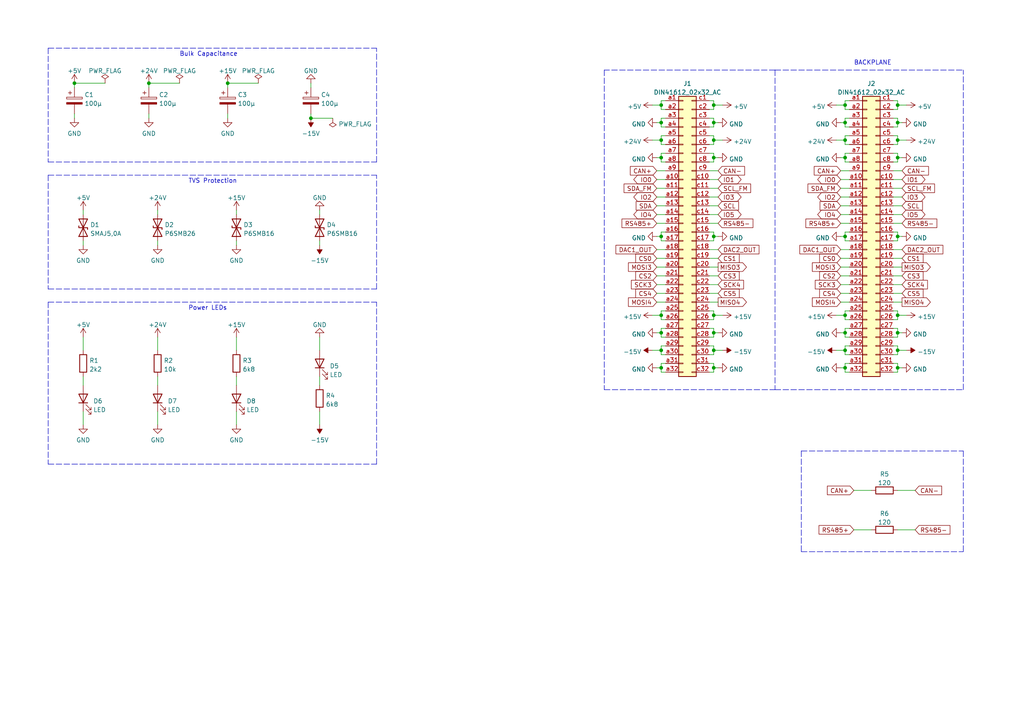
<source format=kicad_sch>
(kicad_sch (version 20211123) (generator eeschema)
  (paper "A4")
  (lib_symbols
    (symbol "Connector:DIN41612_02x32_AC" (pin_names (offset 1.016) hide)
      (property "Reference" "J" (at 1.27 40.64 0))
      (property "Value" "DIN41612_02x32_AC" (at 1.27 -43.18 0))
      (symbol "DIN41612_02x32_AC_1_1"
        (pin passive line (at -5.08 38.1 0) (length 3.81) (name "Pin_a1") (number "a1"))
        (pin passive line (at -5.08 15.24 0) (length 3.81) (name "Pin_a10") (number "a10"))
        (pin passive line (at -5.08 12.7 0) (length 3.81) (name "Pin_a11") (number "a11"))
        (pin passive line (at -5.08 10.16 0) (length 3.81) (name "Pin_a12") (number "a12"))
        (pin passive line (at -5.08 7.62 0) (length 3.81) (name "Pin_a13") (number "a13"))
        (pin passive line (at -5.08 5.08 0) (length 3.81) (name "Pin_a14") (number "a14"))
        (pin passive line (at -5.08 2.54 0) (length 3.81) (name "Pin_a15") (number "a15"))
        (pin passive line (at -5.08 0 0) (length 3.81) (name "Pin_a16") (number "a16"))
        (pin passive line (at -5.08 -2.54 0) (length 3.81) (name "Pin_a17") (number "a17"))
        (pin passive line (at -5.08 -5.08 0) (length 3.81) (name "Pin_a18") (number "a18"))
        (pin passive line (at -5.08 -7.62 0) (length 3.81) (name "Pin_a19") (number "a19"))
        (pin passive line (at -5.08 35.56 0) (length 3.81) (name "Pin_a2") (number "a2"))
        (pin passive line (at -5.08 -10.16 0) (length 3.81) (name "Pin_a20") (number "a20"))
        (pin passive line (at -5.08 -12.7 0) (length 3.81) (name "Pin_a21") (number "a21"))
        (pin passive line (at -5.08 -15.24 0) (length 3.81) (name "Pin_a22") (number "a22"))
        (pin passive line (at -5.08 -17.78 0) (length 3.81) (name "Pin_a23") (number "a23"))
        (pin passive line (at -5.08 -20.32 0) (length 3.81) (name "Pin_a24") (number "a24"))
        (pin passive line (at -5.08 -22.86 0) (length 3.81) (name "Pin_a25") (number "a25"))
        (pin passive line (at -5.08 -25.4 0) (length 3.81) (name "Pin_a26") (number "a26"))
        (pin passive line (at -5.08 -27.94 0) (length 3.81) (name "Pin_a27") (number "a27"))
        (pin passive line (at -5.08 -30.48 0) (length 3.81) (name "Pin_a28") (number "a28"))
        (pin passive line (at -5.08 -33.02 0) (length 3.81) (name "Pin_a29") (number "a29"))
        (pin passive line (at -5.08 33.02 0) (length 3.81) (name "Pin_a3") (number "a3"))
        (pin passive line (at -5.08 -35.56 0) (length 3.81) (name "Pin_a30") (number "a30"))
        (pin passive line (at -5.08 -38.1 0) (length 3.81) (name "Pin_a31") (number "a31"))
        (pin passive line (at -5.08 -40.64 0) (length 3.81) (name "Pin_a32") (number "a32"))
        (pin passive line (at -5.08 30.48 0) (length 3.81) (name "Pin_a4") (number "a4"))
        (pin passive line (at -5.08 27.94 0) (length 3.81) (name "Pin_a5") (number "a5"))
        (pin passive line (at -5.08 25.4 0) (length 3.81) (name "Pin_a6") (number "a6"))
        (pin passive line (at -5.08 22.86 0) (length 3.81) (name "Pin_a7") (number "a7"))
        (pin passive line (at -5.08 20.32 0) (length 3.81) (name "Pin_a8") (number "a8"))
        (pin passive line (at -5.08 17.78 0) (length 3.81) (name "Pin_a9") (number "a9"))
        (pin passive line (at 7.62 38.1 180) (length 3.81) (name "Pin_c1") (number "c1"))
        (pin passive line (at 7.62 15.24 180) (length 3.81) (name "Pin_c10") (number "c10"))
        (pin passive line (at 7.62 12.7 180) (length 3.81) (name "Pin_c11") (number "c11"))
        (pin passive line (at 7.62 10.16 180) (length 3.81) (name "Pin_c12") (number "c12"))
        (pin passive line (at 7.62 7.62 180) (length 3.81) (name "Pin_c13") (number "c13"))
        (pin passive line (at 7.62 5.08 180) (length 3.81) (name "Pin_c14") (number "c14"))
        (pin passive line (at 7.62 2.54 180) (length 3.81) (name "Pin_c15") (number "c15"))
        (pin passive line (at 7.62 0 180) (length 3.81) (name "Pin_c16") (number "c16"))
        (pin passive line (at 7.62 -2.54 180) (length 3.81) (name "Pin_c17") (number "c17"))
        (pin passive line (at 7.62 -5.08 180) (length 3.81) (name "Pin_c18") (number "c18"))
        (pin passive line (at 7.62 -7.62 180) (length 3.81) (name "Pin_c19") (number "c19"))
        (pin passive line (at 7.62 35.56 180) (length 3.81) (name "Pin_c2") (number "c2"))
        (pin passive line (at 7.62 -10.16 180) (length 3.81) (name "Pin_c20") (number "c20"))
        (pin passive line (at 7.62 -12.7 180) (length 3.81) (name "Pin_c21") (number "c21"))
        (pin passive line (at 7.62 -15.24 180) (length 3.81) (name "Pin_c22") (number "c22"))
        (pin passive line (at 7.62 -17.78 180) (length 3.81) (name "Pin_c23") (number "c23"))
        (pin passive line (at 7.62 -20.32 180) (length 3.81) (name "Pin_c24") (number "c24"))
        (pin passive line (at 7.62 -22.86 180) (length 3.81) (name "Pin_c25") (number "c25"))
        (pin passive line (at 7.62 -25.4 180) (length 3.81) (name "Pin_c26") (number "c26"))
        (pin passive line (at 7.62 -27.94 180) (length 3.81) (name "Pin_c27") (number "c27"))
        (pin passive line (at 7.62 -30.48 180) (length 3.81) (name "Pin_c28") (number "c28"))
        (pin passive line (at 7.62 -33.02 180) (length 3.81) (name "Pin_c29") (number "c29"))
        (pin passive line (at 7.62 33.02 180) (length 3.81) (name "Pin_c3") (number "c3"))
        (pin passive line (at 7.62 -35.56 180) (length 3.81) (name "Pin_c30") (number "c30"))
        (pin passive line (at 7.62 -38.1 180) (length 3.81) (name "Pin_c31") (number "c31"))
        (pin passive line (at 7.62 -40.64 180) (length 3.81) (name "Pin_c32") (number "c32"))
        (pin passive line (at 7.62 30.48 180) (length 3.81) (name "Pin_c4") (number "c4"))
        (pin passive line (at 7.62 27.94 180) (length 3.81) (name "Pin_c5") (number "c5"))
        (pin passive line (at 7.62 25.4 180) (length 3.81) (name "Pin_c6") (number "c6"))
        (pin passive line (at 7.62 22.86 180) (length 3.81) (name "Pin_c7") (number "c7"))
        (pin passive line (at 7.62 20.32 180) (length 3.81) (name "Pin_c8") (number "c8"))
        (pin passive line (at 7.62 17.78 180) (length 3.81) (name "Pin_c9") (number "c9"))
      )
    )
    (symbol "Device:C_Polarized" (pin_numbers hide) (pin_names (offset 0.254))
      (property "Reference" "C" (at 0.635 2.54 0))
      (property "Value" "C_Polarized" (at 0.635 -2.54 0))
      (symbol "C_Polarized_1_1"
        (pin passive line (at 0 3.81 270) (length 2.794) (name "~") (number "1"))
        (pin passive line (at 0 -3.81 90) (length 2.794) (name "~") (number "2"))
      )
    )
    (symbol "Device:D_TVS" (pin_numbers hide) (pin_names (offset 1.016) hide)
      (property "Reference" "D" (at 0 2.54 0))
      (property "Value" "D_TVS" (at 0 -2.54 0))
      (symbol "D_TVS_1_1"
        (pin passive line (at -3.81 0 0) (length 2.54) (name "A1") (number "1"))
        (pin passive line (at 3.81 0 180) (length 2.54) (name "A2") (number "2"))
      )
    )
    (symbol "Device:LED" (pin_numbers hide) (pin_names (offset 1.016) hide)
      (property "Reference" "D" (at 0 2.54 0))
      (property "Value" "LED" (at 0 -2.54 0))
      (symbol "LED_1_1"
        (pin passive line (at -3.81 0 0) (length 2.54) (name "K") (number "1"))
        (pin passive line (at 3.81 0 180) (length 2.54) (name "A") (number "2"))
      )
    )
    (symbol "Device:R" (pin_numbers hide) (pin_names (offset 0))
      (property "Reference" "R" (at 2.032 0 90))
      (property "Value" "R" (at 0 0 90))
      (symbol "R_1_1"
        (pin passive line (at 0 3.81 270) (length 1.27) (name "~") (number "1"))
        (pin passive line (at 0 -3.81 90) (length 1.27) (name "~") (number "2"))
      )
    )
    (symbol "power:+15V" (power) (pin_names (offset 0))
      (property "Value" "+15V" (at 0 3.556 0))
      (symbol "+15V_1_1"
        (pin power_in line (at 0 0 90) (length 0) hide (name "+15V") (number "1"))
      )
    )
    (symbol "power:+24V" (power) (pin_names (offset 0))
      (property "Value" "+24V" (at 0 3.556 0))
      (symbol "+24V_1_1"
        (pin power_in line (at 0 0 90) (length 0) hide (name "+24V") (number "1"))
      )
    )
    (symbol "power:+5V" (power) (pin_names (offset 0))
      (property "Value" "+5V" (at 0 3.556 0))
      (symbol "+5V_1_1"
        (pin power_in line (at 0 0 90) (length 0) hide (name "+5V") (number "1"))
      )
    )
    (symbol "power:-15V" (power) (pin_names (offset 0))
      (property "Value" "-15V" (at 0 3.81 0))
      (symbol "-15V_0_0"
        (pin power_in line (at 0 0 90) (length 0) hide (name "-15V") (number "1"))
      )
    )
    (symbol "power:GND" (power) (pin_names (offset 0))
      (property "Value" "GND" (at 0 -3.81 0))
      (symbol "GND_1_1"
        (pin power_in line (at 0 0 270) (length 0) hide (name "GND") (number "1"))
      )
    )
    (symbol "power:PWR_FLAG" (power) (pin_numbers hide) (pin_names (offset 0) hide)
      (property "Value" "PWR_FLAG" (at 0 3.81 0))
      (symbol "PWR_FLAG_0_0"
        (pin power_out line (at 0 0 90) (length 0) (name "pwr") (number "1"))
      )
    )
  )
  (junction (at 260.35 101.6))
  (junction (at 245.11 40.64))
  (junction (at 191.77 35.56))
  (junction (at 191.77 68.58))
  (junction (at 191.77 96.52))
  (junction (at 260.35 91.44))
  (junction (at 191.77 101.6))
  (junction (at 207.01 96.52))
  (junction (at 260.35 96.52))
  (junction (at 191.77 40.64))
  (junction (at 245.11 68.58))
  (junction (at 245.11 101.6))
  (junction (at 66.04 24.13))
  (junction (at 245.11 45.72))
  (junction (at 207.01 106.68))
  (junction (at 245.11 30.48))
  (junction (at 245.11 96.52))
  (junction (at 191.77 106.68))
  (junction (at 207.01 30.48))
  (junction (at 191.77 30.48))
  (junction (at 191.77 91.44))
  (junction (at 207.01 35.56))
  (junction (at 245.11 35.56))
  (junction (at 245.11 91.44))
  (junction (at 260.35 40.64))
  (junction (at 207.01 40.64))
  (junction (at 207.01 101.6))
  (junction (at 260.35 30.48))
  (junction (at 207.01 45.72))
  (junction (at 207.01 68.58))
  (junction (at 207.01 91.44))
  (junction (at 43.18 24.13))
  (junction (at 260.35 106.68))
  (junction (at 191.77 45.72))
  (junction (at 90.17 34.29))
  (junction (at 245.11 106.68))
  (junction (at 260.35 45.72))
  (junction (at 21.59 24.13))
  (junction (at 260.35 68.58))
  (junction (at 260.35 35.56))
  (wire (pts (xy 243.84 57.15) (xy 246.38 57.15)))
  (wire (pts (xy 191.77 41.91) (xy 193.04 41.91)))
  (wire (pts (xy 260.35 35.56) (xy 261.62 35.56)))
  (wire (pts (xy 207.01 30.48) (xy 207.01 29.21)))
  (wire (pts (xy 190.5 77.47) (xy 193.04 77.47)))
  (polyline (pts (xy 175.26 113.03) (xy 224.79 113.03)))
  (wire (pts (xy 260.35 40.64) (xy 262.89 40.64)))
  (wire (pts (xy 259.08 44.45) (xy 260.35 44.45)))
  (polyline (pts (xy 13.97 13.97) (xy 109.22 13.97)))
  (wire (pts (xy 207.01 95.25) (xy 207.01 96.52)))
  (wire (pts (xy 205.74 69.85) (xy 207.01 69.85)))
  (wire (pts (xy 243.84 77.47) (xy 246.38 77.47)))
  (wire (pts (xy 193.04 90.17) (xy 191.77 90.17)))
  (wire (pts (xy 243.84 68.58) (xy 245.11 68.58)))
  (wire (pts (xy 191.77 90.17) (xy 191.77 91.44)))
  (wire (pts (xy 205.74 95.25) (xy 207.01 95.25)))
  (wire (pts (xy 260.35 95.25) (xy 260.35 96.52)))
  (wire (pts (xy 191.77 31.75) (xy 193.04 31.75)))
  (wire (pts (xy 243.84 80.01) (xy 246.38 80.01)))
  (polyline (pts (xy 279.4 130.81) (xy 279.4 160.02)))
  (wire (pts (xy 243.84 64.77) (xy 246.38 64.77)))
  (wire (pts (xy 45.72 60.96) (xy 45.72 62.23)))
  (wire (pts (xy 245.11 68.58) (xy 245.11 67.31)))
  (wire (pts (xy 189.23 101.6) (xy 191.77 101.6)))
  (wire (pts (xy 260.35 105.41) (xy 260.35 106.68)))
  (wire (pts (xy 191.77 96.52) (xy 191.77 95.25)))
  (wire (pts (xy 205.74 105.41) (xy 207.01 105.41)))
  (wire (pts (xy 245.11 36.83) (xy 245.11 35.56)))
  (wire (pts (xy 207.01 68.58) (xy 208.28 68.58)))
  (wire (pts (xy 205.74 54.61) (xy 208.28 54.61)))
  (wire (pts (xy 43.18 24.13) (xy 43.18 25.4)))
  (wire (pts (xy 190.5 87.63) (xy 193.04 87.63)))
  (wire (pts (xy 92.71 109.22) (xy 92.71 111.76)))
  (wire (pts (xy 207.01 91.44) (xy 209.55 91.44)))
  (wire (pts (xy 207.01 45.72) (xy 208.28 45.72)))
  (polyline (pts (xy 13.97 50.8) (xy 109.22 50.8)))
  (wire (pts (xy 189.23 30.48) (xy 191.77 30.48)))
  (wire (pts (xy 205.74 90.17) (xy 207.01 90.17)))
  (wire (pts (xy 260.35 96.52) (xy 261.62 96.52)))
  (wire (pts (xy 193.04 39.37) (xy 191.77 39.37)))
  (wire (pts (xy 43.18 33.02) (xy 43.18 34.29)))
  (wire (pts (xy 24.13 109.22) (xy 24.13 111.76)))
  (wire (pts (xy 190.5 52.07) (xy 193.04 52.07)))
  (wire (pts (xy 245.11 106.68) (xy 245.11 105.41)))
  (wire (pts (xy 193.04 69.85) (xy 191.77 69.85)))
  (wire (pts (xy 68.58 109.22) (xy 68.58 111.76)))
  (wire (pts (xy 68.58 69.85) (xy 68.58 71.12)))
  (wire (pts (xy 191.77 97.79) (xy 191.77 96.52)))
  (polyline (pts (xy 224.79 20.32) (xy 175.26 20.32)))
  (wire (pts (xy 190.5 64.77) (xy 193.04 64.77)))
  (wire (pts (xy 259.08 39.37) (xy 260.35 39.37)))
  (wire (pts (xy 259.08 59.69) (xy 261.62 59.69)))
  (polyline (pts (xy 13.97 87.63) (xy 109.22 87.63)))
  (wire (pts (xy 207.01 44.45) (xy 207.01 45.72)))
  (wire (pts (xy 260.35 96.52) (xy 260.35 97.79)))
  (wire (pts (xy 260.35 68.58) (xy 260.35 67.31)))
  (wire (pts (xy 190.5 57.15) (xy 193.04 57.15)))
  (wire (pts (xy 246.38 29.21) (xy 245.11 29.21)))
  (wire (pts (xy 260.35 36.83) (xy 259.08 36.83)))
  (wire (pts (xy 24.13 119.38) (xy 24.13 123.19)))
  (wire (pts (xy 66.04 24.13) (xy 66.04 25.4)))
  (wire (pts (xy 207.01 35.56) (xy 207.01 36.83)))
  (wire (pts (xy 246.38 90.17) (xy 245.11 90.17)))
  (wire (pts (xy 207.01 34.29) (xy 207.01 35.56)))
  (wire (pts (xy 190.5 62.23) (xy 193.04 62.23)))
  (wire (pts (xy 259.08 41.91) (xy 260.35 41.91)))
  (wire (pts (xy 245.11 102.87) (xy 246.38 102.87)))
  (wire (pts (xy 259.08 69.85) (xy 260.35 69.85)))
  (wire (pts (xy 193.04 29.21) (xy 191.77 29.21)))
  (wire (pts (xy 243.84 59.69) (xy 246.38 59.69)))
  (wire (pts (xy 260.35 30.48) (xy 262.89 30.48)))
  (wire (pts (xy 207.01 67.31) (xy 205.74 67.31)))
  (wire (pts (xy 259.08 90.17) (xy 260.35 90.17)))
  (wire (pts (xy 245.11 95.25) (xy 246.38 95.25)))
  (wire (pts (xy 260.35 106.68) (xy 260.35 107.95)))
  (wire (pts (xy 191.77 105.41) (xy 193.04 105.41)))
  (polyline (pts (xy 232.41 160.02) (xy 279.4 160.02)))
  (wire (pts (xy 205.74 44.45) (xy 207.01 44.45)))
  (polyline (pts (xy 13.97 13.97) (xy 13.97 46.99)))
  (wire (pts (xy 92.71 119.38) (xy 92.71 123.19)))
  (wire (pts (xy 205.74 77.47) (xy 208.28 77.47)))
  (wire (pts (xy 259.08 82.55) (xy 261.62 82.55)))
  (wire (pts (xy 259.08 105.41) (xy 260.35 105.41)))
  (wire (pts (xy 207.01 91.44) (xy 207.01 92.71)))
  (wire (pts (xy 207.01 101.6) (xy 209.55 101.6)))
  (wire (pts (xy 245.11 40.64) (xy 245.11 41.91)))
  (polyline (pts (xy 13.97 50.8) (xy 13.97 83.82)))
  (wire (pts (xy 259.08 54.61) (xy 261.62 54.61)))
  (wire (pts (xy 243.84 96.52) (xy 245.11 96.52)))
  (wire (pts (xy 259.08 72.39) (xy 261.62 72.39)))
  (wire (pts (xy 191.77 34.29) (xy 193.04 34.29)))
  (wire (pts (xy 260.35 101.6) (xy 262.89 101.6)))
  (wire (pts (xy 205.74 57.15) (xy 208.28 57.15)))
  (wire (pts (xy 259.08 92.71) (xy 260.35 92.71)))
  (wire (pts (xy 205.74 72.39) (xy 208.28 72.39)))
  (wire (pts (xy 191.77 100.33) (xy 191.77 101.6)))
  (wire (pts (xy 205.74 49.53) (xy 208.28 49.53)))
  (wire (pts (xy 205.74 100.33) (xy 207.01 100.33)))
  (polyline (pts (xy 109.22 83.82) (xy 109.22 50.8)))
  (wire (pts (xy 191.77 107.95) (xy 191.77 106.68)))
  (wire (pts (xy 191.77 101.6) (xy 191.77 102.87)))
  (wire (pts (xy 21.59 24.13) (xy 30.48 24.13)))
  (wire (pts (xy 90.17 34.29) (xy 96.52 34.29)))
  (wire (pts (xy 191.77 35.56) (xy 191.77 34.29)))
  (wire (pts (xy 246.38 36.83) (xy 245.11 36.83)))
  (wire (pts (xy 259.08 77.47) (xy 261.62 77.47)))
  (wire (pts (xy 243.84 72.39) (xy 246.38 72.39)))
  (wire (pts (xy 245.11 29.21) (xy 245.11 30.48)))
  (wire (pts (xy 92.71 97.79) (xy 92.71 101.6)))
  (wire (pts (xy 259.08 102.87) (xy 260.35 102.87)))
  (polyline (pts (xy 13.97 134.62) (xy 109.22 134.62)))
  (wire (pts (xy 191.77 102.87) (xy 193.04 102.87)))
  (wire (pts (xy 243.84 49.53) (xy 246.38 49.53)))
  (wire (pts (xy 205.74 102.87) (xy 207.01 102.87)))
  (wire (pts (xy 191.77 69.85) (xy 191.77 68.58)))
  (wire (pts (xy 242.57 101.6) (xy 245.11 101.6)))
  (wire (pts (xy 207.01 106.68) (xy 208.28 106.68)))
  (wire (pts (xy 207.01 100.33) (xy 207.01 101.6)))
  (wire (pts (xy 259.08 31.75) (xy 260.35 31.75)))
  (polyline (pts (xy 13.97 87.63) (xy 13.97 134.62)))
  (wire (pts (xy 191.77 44.45) (xy 193.04 44.45)))
  (wire (pts (xy 205.74 52.07) (xy 208.28 52.07)))
  (wire (pts (xy 205.74 29.21) (xy 207.01 29.21)))
  (wire (pts (xy 193.04 46.99) (xy 191.77 46.99)))
  (wire (pts (xy 260.35 91.44) (xy 262.89 91.44)))
  (wire (pts (xy 193.04 100.33) (xy 191.77 100.33)))
  (wire (pts (xy 260.35 30.48) (xy 260.35 29.21)))
  (wire (pts (xy 191.77 45.72) (xy 191.77 44.45)))
  (wire (pts (xy 243.84 82.55) (xy 246.38 82.55)))
  (wire (pts (xy 259.08 100.33) (xy 260.35 100.33)))
  (wire (pts (xy 66.04 24.13) (xy 74.93 24.13)))
  (wire (pts (xy 21.59 24.13) (xy 21.59 25.4)))
  (wire (pts (xy 245.11 90.17) (xy 245.11 91.44)))
  (wire (pts (xy 245.11 45.72) (xy 245.11 44.45)))
  (wire (pts (xy 207.01 97.79) (xy 205.74 97.79)))
  (wire (pts (xy 68.58 119.38) (xy 68.58 123.19)))
  (wire (pts (xy 190.5 96.52) (xy 191.77 96.52)))
  (wire (pts (xy 207.01 30.48) (xy 209.55 30.48)))
  (wire (pts (xy 243.84 35.56) (xy 245.11 35.56)))
  (wire (pts (xy 190.5 80.01) (xy 193.04 80.01)))
  (wire (pts (xy 207.01 46.99) (xy 205.74 46.99)))
  (wire (pts (xy 207.01 35.56) (xy 208.28 35.56)))
  (wire (pts (xy 207.01 96.52) (xy 208.28 96.52)))
  (wire (pts (xy 190.5 49.53) (xy 193.04 49.53)))
  (wire (pts (xy 260.35 45.72) (xy 260.35 46.99)))
  (wire (pts (xy 43.18 24.13) (xy 52.07 24.13)))
  (wire (pts (xy 207.01 36.83) (xy 205.74 36.83)))
  (wire (pts (xy 260.35 97.79) (xy 259.08 97.79)))
  (wire (pts (xy 243.84 54.61) (xy 246.38 54.61)))
  (wire (pts (xy 242.57 91.44) (xy 245.11 91.44)))
  (wire (pts (xy 205.74 39.37) (xy 207.01 39.37)))
  (wire (pts (xy 205.74 34.29) (xy 207.01 34.29)))
  (wire (pts (xy 205.74 87.63) (xy 208.28 87.63)))
  (wire (pts (xy 247.65 153.67) (xy 252.73 153.67)))
  (wire (pts (xy 191.77 91.44) (xy 191.77 92.71)))
  (wire (pts (xy 207.01 90.17) (xy 207.01 91.44)))
  (wire (pts (xy 207.01 40.64) (xy 209.55 40.64)))
  (wire (pts (xy 260.35 91.44) (xy 260.35 92.71)))
  (wire (pts (xy 246.38 100.33) (xy 245.11 100.33)))
  (wire (pts (xy 245.11 39.37) (xy 245.11 40.64)))
  (wire (pts (xy 260.35 106.68) (xy 261.62 106.68)))
  (wire (pts (xy 190.5 35.56) (xy 191.77 35.56)))
  (wire (pts (xy 243.84 74.93) (xy 246.38 74.93)))
  (wire (pts (xy 193.04 92.71) (xy 191.77 92.71)))
  (wire (pts (xy 260.35 35.56) (xy 260.35 36.83)))
  (wire (pts (xy 260.35 31.75) (xy 260.35 30.48)))
  (wire (pts (xy 246.38 46.99) (xy 245.11 46.99)))
  (wire (pts (xy 260.35 107.95) (xy 259.08 107.95)))
  (wire (pts (xy 259.08 74.93) (xy 261.62 74.93)))
  (wire (pts (xy 190.5 54.61) (xy 193.04 54.61)))
  (wire (pts (xy 260.35 45.72) (xy 261.62 45.72)))
  (wire (pts (xy 45.72 119.38) (xy 45.72 123.19)))
  (wire (pts (xy 190.5 74.93) (xy 193.04 74.93)))
  (wire (pts (xy 45.72 69.85) (xy 45.72 71.12)))
  (wire (pts (xy 189.23 40.64) (xy 191.77 40.64)))
  (wire (pts (xy 207.01 101.6) (xy 207.01 102.87)))
  (wire (pts (xy 259.08 52.07) (xy 261.62 52.07)))
  (wire (pts (xy 246.38 69.85) (xy 245.11 69.85)))
  (wire (pts (xy 90.17 33.02) (xy 90.17 34.29)))
  (wire (pts (xy 260.35 69.85) (xy 260.35 68.58)))
  (wire (pts (xy 24.13 97.79) (xy 24.13 101.6)))
  (polyline (pts (xy 13.97 83.82) (xy 109.22 83.82)))
  (wire (pts (xy 207.01 45.72) (xy 207.01 46.99)))
  (wire (pts (xy 191.77 68.58) (xy 191.77 67.31)))
  (wire (pts (xy 243.84 85.09) (xy 246.38 85.09)))
  (wire (pts (xy 191.77 95.25) (xy 193.04 95.25)))
  (wire (pts (xy 207.01 105.41) (xy 207.01 106.68)))
  (wire (pts (xy 207.01 40.64) (xy 207.01 41.91)))
  (wire (pts (xy 246.38 92.71) (xy 245.11 92.71)))
  (wire (pts (xy 190.5 106.68) (xy 191.77 106.68)))
  (wire (pts (xy 246.38 39.37) (xy 245.11 39.37)))
  (wire (pts (xy 190.5 45.72) (xy 191.77 45.72)))
  (wire (pts (xy 207.01 96.52) (xy 207.01 97.79)))
  (wire (pts (xy 193.04 107.95) (xy 191.77 107.95)))
  (wire (pts (xy 245.11 105.41) (xy 246.38 105.41)))
  (wire (pts (xy 245.11 100.33) (xy 245.11 101.6)))
  (wire (pts (xy 92.71 69.85) (xy 92.71 71.12)))
  (wire (pts (xy 205.74 62.23) (xy 208.28 62.23)))
  (wire (pts (xy 259.08 64.77) (xy 261.62 64.77)))
  (wire (pts (xy 189.23 91.44) (xy 191.77 91.44)))
  (wire (pts (xy 259.08 80.01) (xy 261.62 80.01)))
  (polyline (pts (xy 224.79 113.03) (xy 279.4 113.03)))
  (wire (pts (xy 190.5 82.55) (xy 193.04 82.55)))
  (wire (pts (xy 259.08 49.53) (xy 261.62 49.53)))
  (wire (pts (xy 260.35 153.67) (xy 265.43 153.67)))
  (wire (pts (xy 205.74 31.75) (xy 207.01 31.75)))
  (polyline (pts (xy 224.79 20.32) (xy 224.79 113.03)))
  (wire (pts (xy 260.35 39.37) (xy 260.35 40.64)))
  (polyline (pts (xy 232.41 130.81) (xy 279.4 130.81)))
  (wire (pts (xy 260.35 34.29) (xy 260.35 35.56)))
  (wire (pts (xy 259.08 95.25) (xy 260.35 95.25)))
  (wire (pts (xy 245.11 34.29) (xy 246.38 34.29)))
  (wire (pts (xy 260.35 40.64) (xy 260.35 41.91)))
  (wire (pts (xy 191.77 39.37) (xy 191.77 40.64)))
  (wire (pts (xy 205.74 59.69) (xy 208.28 59.69)))
  (wire (pts (xy 242.57 40.64) (xy 245.11 40.64)))
  (wire (pts (xy 247.65 142.24) (xy 252.73 142.24)))
  (wire (pts (xy 24.13 69.85) (xy 24.13 71.12)))
  (wire (pts (xy 24.13 60.96) (xy 24.13 62.23)))
  (polyline (pts (xy 13.97 46.99) (xy 109.22 46.99)))
  (wire (pts (xy 259.08 34.29) (xy 260.35 34.29)))
  (wire (pts (xy 205.74 82.55) (xy 208.28 82.55)))
  (wire (pts (xy 259.08 29.21) (xy 260.35 29.21)))
  (wire (pts (xy 243.84 45.72) (xy 245.11 45.72)))
  (wire (pts (xy 260.35 101.6) (xy 260.35 102.87)))
  (wire (pts (xy 191.77 36.83) (xy 191.77 35.56)))
  (wire (pts (xy 207.01 69.85) (xy 207.01 68.58)))
  (wire (pts (xy 245.11 31.75) (xy 246.38 31.75)))
  (wire (pts (xy 207.01 68.58) (xy 207.01 67.31)))
  (wire (pts (xy 245.11 30.48) (xy 245.11 31.75)))
  (wire (pts (xy 245.11 91.44) (xy 245.11 92.71)))
  (wire (pts (xy 205.74 80.01) (xy 208.28 80.01)))
  (wire (pts (xy 245.11 97.79) (xy 245.11 96.52)))
  (polyline (pts (xy 224.79 20.32) (xy 279.4 20.32)))
  (wire (pts (xy 245.11 41.91) (xy 246.38 41.91)))
  (wire (pts (xy 190.5 59.69) (xy 193.04 59.69)))
  (wire (pts (xy 191.77 106.68) (xy 191.77 105.41)))
  (wire (pts (xy 245.11 107.95) (xy 245.11 106.68)))
  (wire (pts (xy 207.01 106.68) (xy 207.01 107.95)))
  (wire (pts (xy 259.08 57.15) (xy 261.62 57.15)))
  (wire (pts (xy 45.72 97.79) (xy 45.72 101.6)))
  (wire (pts (xy 66.04 33.02) (xy 66.04 34.29)))
  (polyline (pts (xy 232.41 130.81) (xy 232.41 160.02)))
  (wire (pts (xy 260.35 67.31) (xy 259.08 67.31)))
  (wire (pts (xy 191.77 67.31) (xy 193.04 67.31)))
  (wire (pts (xy 205.74 85.09) (xy 208.28 85.09)))
  (wire (pts (xy 245.11 35.56) (xy 245.11 34.29)))
  (wire (pts (xy 193.04 36.83) (xy 191.77 36.83)))
  (wire (pts (xy 191.77 40.64) (xy 191.77 41.91)))
  (wire (pts (xy 68.58 97.79) (xy 68.58 101.6)))
  (wire (pts (xy 243.84 52.07) (xy 246.38 52.07)))
  (wire (pts (xy 243.84 87.63) (xy 246.38 87.63)))
  (wire (pts (xy 260.35 44.45) (xy 260.35 45.72)))
  (wire (pts (xy 190.5 85.09) (xy 193.04 85.09)))
  (wire (pts (xy 191.77 29.21) (xy 191.77 30.48)))
  (wire (pts (xy 245.11 44.45) (xy 246.38 44.45)))
  (wire (pts (xy 207.01 107.95) (xy 205.74 107.95)))
  (wire (pts (xy 205.74 74.93) (xy 208.28 74.93)))
  (wire (pts (xy 260.35 90.17) (xy 260.35 91.44)))
  (wire (pts (xy 243.84 106.68) (xy 245.11 106.68)))
  (wire (pts (xy 205.74 64.77) (xy 208.28 64.77)))
  (wire (pts (xy 92.71 60.96) (xy 92.71 62.23)))
  (wire (pts (xy 260.35 100.33) (xy 260.35 101.6)))
  (wire (pts (xy 207.01 31.75) (xy 207.01 30.48)))
  (wire (pts (xy 245.11 69.85) (xy 245.11 68.58)))
  (wire (pts (xy 191.77 46.99) (xy 191.77 45.72)))
  (wire (pts (xy 245.11 46.99) (xy 245.11 45.72)))
  (wire (pts (xy 259.08 85.09) (xy 261.62 85.09)))
  (wire (pts (xy 90.17 24.13) (xy 90.17 25.4)))
  (polyline (pts (xy 175.26 20.32) (xy 175.26 113.03)))
  (wire (pts (xy 245.11 96.52) (xy 245.11 95.25)))
  (wire (pts (xy 260.35 68.58) (xy 261.62 68.58)))
  (wire (pts (xy 45.72 109.22) (xy 45.72 111.76)))
  (wire (pts (xy 205.74 92.71) (xy 207.01 92.71)))
  (wire (pts (xy 190.5 72.39) (xy 193.04 72.39)))
  (wire (pts (xy 190.5 68.58) (xy 191.77 68.58)))
  (polyline (pts (xy 109.22 46.99) (xy 109.22 13.97)))
  (wire (pts (xy 68.58 60.96) (xy 68.58 62.23)))
  (wire (pts (xy 245.11 101.6) (xy 245.11 102.87)))
  (wire (pts (xy 246.38 107.95) (xy 245.11 107.95)))
  (wire (pts (xy 205.74 41.91) (xy 207.01 41.91)))
  (wire (pts (xy 259.08 62.23) (xy 261.62 62.23)))
  (wire (pts (xy 193.04 97.79) (xy 191.77 97.79)))
  (wire (pts (xy 242.57 30.48) (xy 245.11 30.48)))
  (wire (pts (xy 260.35 142.24) (xy 265.43 142.24)))
  (wire (pts (xy 260.35 46.99) (xy 259.08 46.99)))
  (wire (pts (xy 21.59 33.02) (xy 21.59 34.29)))
  (wire (pts (xy 259.08 87.63) (xy 261.62 87.63)))
  (wire (pts (xy 207.01 39.37) (xy 207.01 40.64)))
  (wire (pts (xy 246.38 97.79) (xy 245.11 97.79)))
  (wire (pts (xy 245.11 67.31) (xy 246.38 67.31)))
  (polyline (pts (xy 279.4 113.03) (xy 279.4 20.32)))
  (polyline (pts (xy 109.22 134.62) (xy 109.22 87.63)))
  (wire (pts (xy 191.77 30.48) (xy 191.77 31.75)))
  (wire (pts (xy 243.84 62.23) (xy 246.38 62.23)))
  (text "TVS Protection\n" (at 54.61 53.34 0) (effects (font (size 1.27 1.27)) (justify left bottom)))
  (text "Power LEDs" (at 54.61 90.17 0) (effects (font (size 1.27 1.27)) (justify left bottom)))
  (text "BACKPLANE" (at 247.65 19.05 0) (effects (font (size 1.27 1.27)) (justify left bottom)))
  (text "Bulk Capacitance" (at 52.07 16.51 0) (effects (font (size 1.27 1.27)) (justify left bottom)))
  (global_label "MOSI3" (shape input) (at 243.84 77.47 180) (property "Intersheet References" "${INTERSHEET_REFS}" (effects hide)))
  (global_label "CAN-" (shape input) (at 208.28 49.53 0) (property "Intersheet References" "${INTERSHEET_REFS}" (effects hide)))
  (global_label "CS1" (shape input) (at 261.62 74.93 0) (property "Intersheet References" "${INTERSHEET_REFS}" (effects hide)))
  (global_label "MOSI4" (shape input) (at 190.5 87.63 180) (property "Intersheet References" "${INTERSHEET_REFS}" (effects hide)))
  (global_label "SCK3" (shape input) (at 243.84 82.55 180) (property "Intersheet References" "${INTERSHEET_REFS}" (effects hide)))
  (global_label "IO4" (shape bidirectional) (at 190.5 62.23 180) (property "Intersheet References" "${INTERSHEET_REFS}" (effects hide)))
  (global_label "MISO4" (shape output) (at 261.62 87.63 0) (property "Intersheet References" "${INTERSHEET_REFS}" (effects hide)))
  (global_label "RS485-" (shape input) (at 265.43 153.67 0) (property "Intersheet References" "${INTERSHEET_REFS}" (effects hide)))
  (global_label "CAN-" (shape input) (at 261.62 49.53 0) (property "Intersheet References" "${INTERSHEET_REFS}" (effects hide)))
  (global_label "IO2" (shape bidirectional) (at 190.5 57.15 180) (property "Intersheet References" "${INTERSHEET_REFS}" (effects hide)))
  (global_label "MISO4" (shape output) (at 208.28 87.63 0) (property "Intersheet References" "${INTERSHEET_REFS}" (effects hide)))
  (global_label "SCL_FM" (shape input) (at 208.28 54.61 0) (property "Intersheet References" "${INTERSHEET_REFS}" (effects hide)))
  (global_label "RS485-" (shape input) (at 208.28 64.77 0) (property "Intersheet References" "${INTERSHEET_REFS}" (effects hide)))
  (global_label "CS2" (shape input) (at 190.5 80.01 180) (property "Intersheet References" "${INTERSHEET_REFS}" (effects hide)))
  (global_label "IO5" (shape bidirectional) (at 261.62 62.23 0) (property "Intersheet References" "${INTERSHEET_REFS}" (effects hide)))
  (global_label "SCK4" (shape input) (at 261.62 82.55 0) (property "Intersheet References" "${INTERSHEET_REFS}" (effects hide)))
  (global_label "SCL_FM" (shape input) (at 261.62 54.61 0) (property "Intersheet References" "${INTERSHEET_REFS}" (effects hide)))
  (global_label "IO0" (shape bidirectional) (at 190.5 52.07 180) (property "Intersheet References" "${INTERSHEET_REFS}" (effects hide)))
  (global_label "SCK4" (shape input) (at 208.28 82.55 0) (property "Intersheet References" "${INTERSHEET_REFS}" (effects hide)))
  (global_label "CS3" (shape input) (at 261.62 80.01 0) (property "Intersheet References" "${INTERSHEET_REFS}" (effects hide)))
  (global_label "CAN-" (shape input) (at 265.43 142.24 0) (property "Intersheet References" "${INTERSHEET_REFS}" (effects hide)))
  (global_label "CS3" (shape input) (at 208.28 80.01 0) (property "Intersheet References" "${INTERSHEET_REFS}" (effects hide)))
  (global_label "CS2" (shape input) (at 243.84 80.01 180) (property "Intersheet References" "${INTERSHEET_REFS}" (effects hide)))
  (global_label "CS5" (shape input) (at 208.28 85.09 0) (property "Intersheet References" "${INTERSHEET_REFS}" (effects hide)))
  (global_label "DAC1_OUT" (shape input) (at 243.84 72.39 180) (property "Intersheet References" "${INTERSHEET_REFS}" (effects hide)))
  (global_label "IO4" (shape bidirectional) (at 243.84 62.23 180) (property "Intersheet References" "${INTERSHEET_REFS}" (effects hide)))
  (global_label "IO2" (shape bidirectional) (at 243.84 57.15 180) (property "Intersheet References" "${INTERSHEET_REFS}" (effects hide)))
  (global_label "DAC2_OUT" (shape input) (at 208.28 72.39 0) (property "Intersheet References" "${INTERSHEET_REFS}" (effects hide)))
  (global_label "IO0" (shape bidirectional) (at 243.84 52.07 180) (property "Intersheet References" "${INTERSHEET_REFS}" (effects hide)))
  (global_label "IO1" (shape bidirectional) (at 208.28 52.07 0) (property "Intersheet References" "${INTERSHEET_REFS}" (effects hide)))
  (global_label "SDA" (shape input) (at 190.5 59.69 180) (property "Intersheet References" "${INTERSHEET_REFS}" (effects hide)))
  (global_label "SCL" (shape input) (at 208.28 59.69 0) (property "Intersheet References" "${INTERSHEET_REFS}" (effects hide)))
  (global_label "MOSI4" (shape input) (at 243.84 87.63 180) (property "Intersheet References" "${INTERSHEET_REFS}" (effects hide)))
  (global_label "CS4" (shape input) (at 243.84 85.09 180) (property "Intersheet References" "${INTERSHEET_REFS}" (effects hide)))
  (global_label "MISO3" (shape output) (at 208.28 77.47 0) (property "Intersheet References" "${INTERSHEET_REFS}" (effects hide)))
  (global_label "RS485+" (shape input) (at 190.5 64.77 180) (property "Intersheet References" "${INTERSHEET_REFS}" (effects hide)))
  (global_label "IO3" (shape bidirectional) (at 208.28 57.15 0) (property "Intersheet References" "${INTERSHEET_REFS}" (effects hide)))
  (global_label "MOSI3" (shape input) (at 190.5 77.47 180) (property "Intersheet References" "${INTERSHEET_REFS}" (effects hide)))
  (global_label "DAC2_OUT" (shape input) (at 261.62 72.39 0) (property "Intersheet References" "${INTERSHEET_REFS}" (effects hide)))
  (global_label "SCL" (shape input) (at 261.62 59.69 0) (property "Intersheet References" "${INTERSHEET_REFS}" (effects hide)))
  (global_label "SCK3" (shape input) (at 190.5 82.55 180) (property "Intersheet References" "${INTERSHEET_REFS}" (effects hide)))
  (global_label "RS485+" (shape input) (at 247.65 153.67 180) (property "Intersheet References" "${INTERSHEET_REFS}" (effects hide)))
  (global_label "RS485-" (shape input) (at 261.62 64.77 0) (property "Intersheet References" "${INTERSHEET_REFS}" (effects hide)))
  (global_label "RS485+" (shape input) (at 243.84 64.77 180) (property "Intersheet References" "${INTERSHEET_REFS}" (effects hide)))
  (global_label "SDA" (shape input) (at 243.84 59.69 180) (property "Intersheet References" "${INTERSHEET_REFS}" (effects hide)))
  (global_label "CS0" (shape input) (at 190.5 74.93 180) (property "Intersheet References" "${INTERSHEET_REFS}" (effects hide)))
  (global_label "CAN+" (shape input) (at 243.84 49.53 180) (property "Intersheet References" "${INTERSHEET_REFS}" (effects hide)))
  (global_label "CS1" (shape input) (at 208.28 74.93 0) (property "Intersheet References" "${INTERSHEET_REFS}" (effects hide)))
  (global_label "SDA_FM" (shape input) (at 190.5 54.61 180) (property "Intersheet References" "${INTERSHEET_REFS}" (effects hide)))
  (global_label "CAN+" (shape input) (at 247.65 142.24 180) (property "Intersheet References" "${INTERSHEET_REFS}" (effects hide)))
  (global_label "CS0" (shape input) (at 243.84 74.93 180) (property "Intersheet References" "${INTERSHEET_REFS}" (effects hide)))
  (global_label "IO1" (shape bidirectional) (at 261.62 52.07 0) (property "Intersheet References" "${INTERSHEET_REFS}" (effects hide)))
  (global_label "MISO3" (shape output) (at 261.62 77.47 0) (property "Intersheet References" "${INTERSHEET_REFS}" (effects hide)))
  (global_label "CAN+" (shape input) (at 190.5 49.53 180) (property "Intersheet References" "${INTERSHEET_REFS}" (effects hide)))
  (global_label "CS5" (shape input) (at 261.62 85.09 0) (property "Intersheet References" "${INTERSHEET_REFS}" (effects hide)))
  (global_label "IO3" (shape bidirectional) (at 261.62 57.15 0) (property "Intersheet References" "${INTERSHEET_REFS}" (effects hide)))
  (global_label "SDA_FM" (shape input) (at 243.84 54.61 180) (property "Intersheet References" "${INTERSHEET_REFS}" (effects hide)))
  (global_label "CS4" (shape input) (at 190.5 85.09 180) (property "Intersheet References" "${INTERSHEET_REFS}" (effects hide)))
  (global_label "IO5" (shape bidirectional) (at 208.28 62.23 0) (property "Intersheet References" "${INTERSHEET_REFS}" (effects hide)))
  (global_label "DAC1_OUT" (shape input) (at 190.5 72.39 180) (property "Intersheet References" "${INTERSHEET_REFS}" (effects hide)))
  (symbol (lib_id "power:-15V") (at 262.89 101.6 270) (unit 1)
    (property "Reference" "#PWR056" (effects hide))
    (property "Value" "-15V" (at 266.065 102.0338 90) (effects (justify left)))
  )
  (symbol (lib_id "power:+5V") (at 242.57 30.48 90) (unit 1)
    (property "Reference" "#PWR015" (effects hide))
    (property "Value" "+5V" (at 239.3951 30.9138 90) (effects (justify left)))
  )
  (symbol (lib_id "power:GND") (at 24.13 123.19 0) (unit 1)
    (property "Reference" "#PWR045" (effects hide))
    (property "Value" "GND" (at 24.13 127.6334 0))
  )
  (symbol (lib_id "power:GND") (at 243.84 45.72 270) (unit 1)
    (property "Reference" "#PWR031" (effects hide))
    (property "Value" "GND" (at 240.6651 46.1538 90) (effects (justify right)))
  )
  (symbol (lib_id "power:GND") (at 261.62 45.72 90) (unit 1)
    (property "Reference" "#PWR032" (effects hide))
    (property "Value" "GND" (at 264.795 46.1538 90) (effects (justify right)))
  )
  (symbol (lib_id "power:+15V") (at 189.23 91.44 90) (unit 1)
    (property "Reference" "#PWR041" (effects hide))
    (property "Value" "+15V" (at 186.055 91.8738 90) (effects (justify left)))
  )
  (symbol (lib_id "power:GND") (at 261.62 35.56 90) (unit 1)
    (property "Reference" "#PWR020" (effects hide))
    (property "Value" "GND" (at 264.795 35.9938 90) (effects (justify right)))
  )
  (symbol (lib_id "Device:LED") (at 68.58 115.57 90) (unit 1)
    (property "Reference" "D8" (at 71.501 116.3228 90) (effects (justify right)))
    (property "Value" "LED" (at 71.501 118.8597 90) (effects (justify right)))
    (property "Footprint" "LED_THT:LED_D3.0mm" (effects hide))
  )
  (symbol (lib_id "power:-15V") (at 90.17 34.29 180) (unit 1)
    (property "Reference" "#PWR08" (effects hide))
    (property "Value" "-15V" (at 90.17 38.7334 0))
  )
  (symbol (lib_id "power:+24V") (at 43.18 24.13 0) (unit 1)
    (property "Reference" "#PWR02" (effects hide))
    (property "Value" "+24V" (at 43.18 20.5542 0))
  )
  (symbol (lib_id "power:GND") (at 92.71 97.79 180) (unit 1)
    (property "Reference" "#PWR038" (effects hide))
    (property "Value" "GND" (at 92.71 94.2142 0))
  )
  (symbol (lib_id "Device:LED") (at 92.71 105.41 90) (unit 1)
    (property "Reference" "D5" (at 95.631 106.1628 90) (effects (justify right)))
    (property "Value" "LED" (at 95.631 108.6997 90) (effects (justify right)))
    (property "Footprint" "LED_THT:LED_D3.0mm" (effects hide))
  )
  (symbol (lib_id "power:GND") (at 208.28 106.68 90) (unit 1)
    (property "Reference" "#PWR058" (effects hide))
    (property "Value" "GND" (at 211.455 107.1138 90) (effects (justify right)))
  )
  (symbol (lib_id "Device:C_Polarized") (at 90.17 29.21 0) (unit 1)
    (property "Reference" "C4" (at 93.091 27.4863 0) (effects (justify left)))
    (property "Value" "100µ" (at 93.091 30.0232 0) (effects (justify left)))
    (property "Footprint" "Capacitor_THT:CP_Radial_D8.0mm_P5.00mm" (effects hide))
  )
  (symbol (lib_id "power:+24V") (at 45.72 60.96 0) (unit 1)
    (property "Reference" "#PWR012" (effects hide))
    (property "Value" "+24V" (at 45.72 57.3842 0))
  )
  (symbol (lib_id "power:GND") (at 261.62 106.68 90) (unit 1)
    (property "Reference" "#PWR060" (effects hide))
    (property "Value" "GND" (at 264.795 107.1138 90) (effects (justify right)))
  )
  (symbol (lib_id "power:GND") (at 261.62 96.52 90) (unit 1)
    (property "Reference" "#PWR052" (effects hide))
    (property "Value" "GND" (at 264.795 96.9538 90) (effects (justify right)))
  )
  (symbol (lib_id "Connector:DIN41612_02x32_AC") (at 198.12 67.31 0) (unit 1)
    (property "Reference" "J1" (at 199.39 24.2402 0))
    (property "Value" "DIN41612_02x32_AC" (at 199.39 26.7771 0))
    (property "Footprint" "Connector_DIN:DIN41612_C_2x32_Female_Vertical_THT" (effects hide))
  )
  (symbol (lib_id "Device:D_TVS") (at 45.72 66.04 90) (unit 1)
    (property "Reference" "D2" (at 47.752 65.2053 90) (effects (justify right)))
    (property "Value" "P6SMB26" (at 47.752 67.7422 90) (effects (justify right)))
    (property "Footprint" "Diode_SMD:D_SMA" (effects hide))
  )
  (symbol (lib_id "power:GND") (at 90.17 24.13 180) (unit 1)
    (property "Reference" "#PWR04" (effects hide))
    (property "Value" "GND" (at 90.17 20.5542 0))
  )
  (symbol (lib_id "power:GND") (at 208.28 96.52 90) (unit 1)
    (property "Reference" "#PWR050" (effects hide))
    (property "Value" "GND" (at 211.455 96.9538 90) (effects (justify right)))
  )
  (symbol (lib_id "Device:C_Polarized") (at 66.04 29.21 0) (unit 1)
    (property "Reference" "C3" (at 68.961 27.4863 0) (effects (justify left)))
    (property "Value" "100µ" (at 68.961 30.0232 0) (effects (justify left)))
    (property "Footprint" "Capacitor_THT:CP_Radial_D8.0mm_P5.00mm" (effects hide))
  )
  (symbol (lib_id "power:GND") (at 190.5 45.72 270) (unit 1)
    (property "Reference" "#PWR029" (effects hide))
    (property "Value" "GND" (at 187.3251 46.1538 90) (effects (justify right)))
  )
  (symbol (lib_id "power:+15V") (at 68.58 60.96 0) (unit 1)
    (property "Reference" "#PWR013" (effects hide))
    (property "Value" "+15V" (at 68.58 57.3842 0))
  )
  (symbol (lib_id "power:+24V") (at 189.23 40.64 90) (unit 1)
    (property "Reference" "#PWR021" (effects hide))
    (property "Value" "+24V" (at 186.055 41.0738 90) (effects (justify left)))
  )
  (symbol (lib_id "Device:R") (at 256.54 153.67 90) (unit 1)
    (property "Reference" "R6" (at 256.54 148.9542 90))
    (property "Value" "120" (at 256.54 151.4911 90))
    (property "Footprint" "Resistor_THT:R_Axial_DIN0204_L3.6mm_D1.6mm_P7.62mm_Horizontal" (effects hide))
  )
  (symbol (lib_id "power:GND") (at 43.18 34.29 0) (unit 1)
    (property "Reference" "#PWR06" (effects hide))
    (property "Value" "GND" (at 43.18 38.7334 0))
  )
  (symbol (lib_id "power:GND") (at 190.5 96.52 270) (unit 1)
    (property "Reference" "#PWR049" (effects hide))
    (property "Value" "GND" (at 187.3251 96.9538 90) (effects (justify right)))
  )
  (symbol (lib_id "power:+15V") (at 66.04 24.13 0) (unit 1)
    (property "Reference" "#PWR03" (effects hide))
    (property "Value" "+15V" (at 66.04 20.5542 0))
  )
  (symbol (lib_id "Device:R") (at 45.72 105.41 0) (unit 1)
    (property "Reference" "R2" (at 47.498 104.5753 0) (effects (justify left)))
    (property "Value" "10k" (at 47.498 107.1122 0) (effects (justify left)))
    (property "Footprint" "Resistor_THT:R_Axial_DIN0204_L3.6mm_D1.6mm_P7.62mm_Horizontal" (effects hide))
  )
  (symbol (lib_id "power:+15V") (at 68.58 97.79 0) (unit 1)
    (property "Reference" "#PWR037" (effects hide))
    (property "Value" "+15V" (at 68.58 94.2142 0))
  )
  (symbol (lib_id "power:GND") (at 208.28 68.58 90) (unit 1)
    (property "Reference" "#PWR034" (effects hide))
    (property "Value" "GND" (at 211.455 69.0138 90) (effects (justify right)))
  )
  (symbol (lib_id "power:-15V") (at 92.71 123.19 180) (unit 1)
    (property "Reference" "#PWR048" (effects hide))
    (property "Value" "-15V" (at 92.71 127.6334 0))
  )
  (symbol (lib_id "power:GND") (at 68.58 123.19 0) (unit 1)
    (property "Reference" "#PWR047" (effects hide))
    (property "Value" "GND" (at 68.58 127.6334 0))
  )
  (symbol (lib_id "Device:LED") (at 24.13 115.57 90) (unit 1)
    (property "Reference" "D6" (at 27.051 116.3228 90) (effects (justify right)))
    (property "Value" "LED" (at 27.051 118.8597 90) (effects (justify right)))
    (property "Footprint" "LED_THT:LED_D3.0mm" (effects hide))
  )
  (symbol (lib_id "Device:D_TVS") (at 92.71 66.04 90) (unit 1)
    (property "Reference" "D4" (at 94.742 65.2053 90) (effects (justify right)))
    (property "Value" "P6SMB16" (at 94.742 67.7422 90) (effects (justify right)))
    (property "Footprint" "Diode_SMD:D_SMA" (effects hide))
  )
  (symbol (lib_id "power:PWR_FLAG") (at 30.48 24.13 0) (unit 1)
    (property "Reference" "#FLG01" (effects hide))
    (property "Value" "PWR_FLAG" (at 30.48 20.5542 0))
  )
  (symbol (lib_id "power:+24V") (at 45.72 97.79 0) (unit 1)
    (property "Reference" "#PWR036" (effects hide))
    (property "Value" "+24V" (at 45.72 94.2142 0))
  )
  (symbol (lib_id "power:+5V") (at 24.13 60.96 0) (unit 1)
    (property "Reference" "#PWR011" (effects hide))
    (property "Value" "+5V" (at 24.13 57.3842 0))
  )
  (symbol (lib_id "power:GND") (at 208.28 35.56 90) (unit 1)
    (property "Reference" "#PWR018" (effects hide))
    (property "Value" "GND" (at 211.455 35.9938 90) (effects (justify right)))
  )
  (symbol (lib_id "Device:D_TVS") (at 24.13 66.04 90) (unit 1)
    (property "Reference" "D1" (at 26.162 65.2053 90) (effects (justify right)))
    (property "Value" "SMAJ5,0A" (at 26.162 67.7422 90) (effects (justify right)))
    (property "Footprint" "Diode_SMD:D_SMA" (effects hide))
  )
  (symbol (lib_id "power:-15V") (at 242.57 101.6 90) (unit 1)
    (property "Reference" "#PWR055" (effects hide))
    (property "Value" "-15V" (at 239.395 102.0338 90) (effects (justify left)))
  )
  (symbol (lib_id "power:GND") (at 66.04 34.29 0) (unit 1)
    (property "Reference" "#PWR07" (effects hide))
    (property "Value" "GND" (at 66.04 38.7334 0))
  )
  (symbol (lib_id "power:GND") (at 243.84 68.58 270) (unit 1)
    (property "Reference" "#PWR039" (effects hide))
    (property "Value" "GND" (at 240.6651 69.0138 90) (effects (justify right)))
  )
  (symbol (lib_id "power:GND") (at 190.5 35.56 270) (unit 1)
    (property "Reference" "#PWR017" (effects hide))
    (property "Value" "GND" (at 187.3251 35.9938 90) (effects (justify right)))
  )
  (symbol (lib_id "power:GND") (at 68.58 71.12 0) (unit 1)
    (property "Reference" "#PWR025" (effects hide))
    (property "Value" "GND" (at 68.58 75.5634 0))
  )
  (symbol (lib_id "power:+5V") (at 209.55 30.48 270) (unit 1)
    (property "Reference" "#PWR010" (effects hide))
    (property "Value" "+5V" (at 212.725 30.9138 90) (effects (justify left)))
  )
  (symbol (lib_id "power:GND") (at 243.84 96.52 270) (unit 1)
    (property "Reference" "#PWR051" (effects hide))
    (property "Value" "GND" (at 240.6651 96.9538 90) (effects (justify right)))
  )
  (symbol (lib_id "Device:R") (at 24.13 105.41 0) (unit 1)
    (property "Reference" "R1" (at 25.908 104.5753 0) (effects (justify left)))
    (property "Value" "2k2" (at 25.908 107.1122 0) (effects (justify left)))
    (property "Footprint" "Resistor_THT:R_Axial_DIN0204_L3.6mm_D1.6mm_P7.62mm_Horizontal" (effects hide))
  )
  (symbol (lib_id "power:-15V") (at 209.55 101.6 270) (unit 1)
    (property "Reference" "#PWR054" (effects hide))
    (property "Value" "-15V" (at 212.725 102.0338 90) (effects (justify left)))
  )
  (symbol (lib_id "power:GND") (at 243.84 35.56 270) (unit 1)
    (property "Reference" "#PWR019" (effects hide))
    (property "Value" "GND" (at 240.6651 35.9938 90) (effects (justify right)))
  )
  (symbol (lib_id "power:+24V") (at 242.57 40.64 90) (unit 1)
    (property "Reference" "#PWR027" (effects hide))
    (property "Value" "+24V" (at 239.395 41.0738 90) (effects (justify left)))
  )
  (symbol (lib_id "power:GND") (at 45.72 71.12 0) (unit 1)
    (property "Reference" "#PWR024" (effects hide))
    (property "Value" "GND" (at 45.72 75.5634 0))
  )
  (symbol (lib_id "power:GND") (at 45.72 123.19 0) (unit 1)
    (property "Reference" "#PWR046" (effects hide))
    (property "Value" "GND" (at 45.72 127.6334 0))
  )
  (symbol (lib_id "power:+5V") (at 21.59 24.13 0) (unit 1)
    (property "Reference" "#PWR01" (effects hide))
    (property "Value" "+5V" (at 21.59 20.5542 0))
  )
  (symbol (lib_id "power:GND") (at 243.84 106.68 270) (unit 1)
    (property "Reference" "#PWR059" (effects hide))
    (property "Value" "GND" (at 240.6651 107.1138 90) (effects (justify right)))
  )
  (symbol (lib_id "power:GND") (at 92.71 60.96 180) (unit 1)
    (property "Reference" "#PWR014" (effects hide))
    (property "Value" "GND" (at 92.71 57.3842 0))
  )
  (symbol (lib_id "Device:C_Polarized") (at 21.59 29.21 0) (unit 1)
    (property "Reference" "C1" (at 24.511 27.4863 0) (effects (justify left)))
    (property "Value" "100µ" (at 24.511 30.0232 0) (effects (justify left)))
    (property "Footprint" "Capacitor_THT:CP_Radial_D8.0mm_P5.00mm" (effects hide))
  )
  (symbol (lib_id "power:+24V") (at 209.55 40.64 270) (unit 1)
    (property "Reference" "#PWR022" (effects hide))
    (property "Value" "+24V" (at 212.725 41.0738 90) (effects (justify left)))
  )
  (symbol (lib_id "power:PWR_FLAG") (at 96.52 34.29 180) (unit 1)
    (property "Reference" "#FLG04" (effects hide))
    (property "Value" "PWR_FLAG" (at 98.171 35.9938 0) (effects (justify right)))
  )
  (symbol (lib_id "power:GND") (at 190.5 106.68 270) (unit 1)
    (property "Reference" "#PWR057" (effects hide))
    (property "Value" "GND" (at 187.3251 107.1138 90) (effects (justify right)))
  )
  (symbol (lib_id "power:+15V") (at 262.89 91.44 270) (unit 1)
    (property "Reference" "#PWR044" (effects hide))
    (property "Value" "+15V" (at 266.065 91.8738 90) (effects (justify left)))
  )
  (symbol (lib_id "power:+24V") (at 262.89 40.64 270) (unit 1)
    (property "Reference" "#PWR028" (effects hide))
    (property "Value" "+24V" (at 266.065 41.0738 90) (effects (justify left)))
  )
  (symbol (lib_id "power:+5V") (at 24.13 97.79 0) (unit 1)
    (property "Reference" "#PWR035" (effects hide))
    (property "Value" "+5V" (at 24.13 94.2142 0))
  )
  (symbol (lib_id "power:GND") (at 208.28 45.72 90) (unit 1)
    (property "Reference" "#PWR030" (effects hide))
    (property "Value" "GND" (at 211.455 46.1538 90) (effects (justify right)))
  )
  (symbol (lib_id "Connector:DIN41612_02x32_AC") (at 251.46 67.31 0) (unit 1)
    (property "Reference" "J2" (at 252.73 24.2402 0))
    (property "Value" "DIN41612_02x32_AC" (at 252.73 26.7771 0))
    (property "Footprint" "eigene:VG64_Euro" (effects hide))
  )
  (symbol (lib_id "Device:D_TVS") (at 68.58 66.04 90) (unit 1)
    (property "Reference" "D3" (at 70.612 65.2053 90) (effects (justify right)))
    (property "Value" "P6SMB16" (at 70.612 67.7422 90) (effects (justify right)))
    (property "Footprint" "Diode_SMD:D_SMA" (effects hide))
  )
  (symbol (lib_id "power:GND") (at 21.59 34.29 0) (unit 1)
    (property "Reference" "#PWR05" (effects hide))
    (property "Value" "GND" (at 21.59 38.7334 0))
  )
  (symbol (lib_id "power:-15V") (at 92.71 71.12 180) (unit 1)
    (property "Reference" "#PWR026" (effects hide))
    (property "Value" "-15V" (at 92.71 75.5634 0))
  )
  (symbol (lib_id "power:PWR_FLAG") (at 74.93 24.13 0) (unit 1)
    (property "Reference" "#FLG03" (effects hide))
    (property "Value" "PWR_FLAG" (at 74.93 20.5542 0))
  )
  (symbol (lib_id "power:+5V") (at 189.23 30.48 90) (unit 1)
    (property "Reference" "#PWR09" (effects hide))
    (property "Value" "+5V" (at 186.0551 30.9138 90) (effects (justify left)))
  )
  (symbol (lib_id "power:+15V") (at 242.57 91.44 90) (unit 1)
    (property "Reference" "#PWR043" (effects hide))
    (property "Value" "+15V" (at 239.395 91.8738 90) (effects (justify left)))
  )
  (symbol (lib_id "power:+5V") (at 262.89 30.48 270) (unit 1)
    (property "Reference" "#PWR016" (effects hide))
    (property "Value" "+5V" (at 266.065 30.9138 90) (effects (justify left)))
  )
  (symbol (lib_id "power:-15V") (at 189.23 101.6 90) (unit 1)
    (property "Reference" "#PWR053" (effects hide))
    (property "Value" "-15V" (at 186.055 102.0338 90) (effects (justify left)))
  )
  (symbol (lib_id "Device:R") (at 68.58 105.41 0) (unit 1)
    (property "Reference" "R3" (at 70.358 104.5753 0) (effects (justify left)))
    (property "Value" "6k8" (at 70.358 107.1122 0) (effects (justify left)))
    (property "Footprint" "Resistor_THT:R_Axial_DIN0204_L3.6mm_D1.6mm_P7.62mm_Horizontal" (effects hide))
  )
  (symbol (lib_id "power:GND") (at 261.62 68.58 90) (unit 1)
    (property "Reference" "#PWR040" (effects hide))
    (property "Value" "GND" (at 264.795 69.0138 90) (effects (justify right)))
  )
  (symbol (lib_id "power:GND") (at 190.5 68.58 270) (unit 1)
    (property "Reference" "#PWR033" (effects hide))
    (property "Value" "GND" (at 187.3251 69.0138 90) (effects (justify right)))
  )
  (symbol (lib_id "Device:LED") (at 45.72 115.57 90) (unit 1)
    (property "Reference" "D7" (at 48.641 116.3228 90) (effects (justify right)))
    (property "Value" "LED" (at 48.641 118.8597 90) (effects (justify right)))
    (property "Footprint" "LED_THT:LED_D3.0mm" (effects hide))
  )
  (symbol (lib_id "power:+15V") (at 209.55 91.44 270) (unit 1)
    (property "Reference" "#PWR042" (effects hide))
    (property "Value" "+15V" (at 212.725 91.8738 90) (effects (justify left)))
  )
  (symbol (lib_id "power:PWR_FLAG") (at 52.07 24.13 0) (unit 1)
    (property "Reference" "#FLG02" (effects hide))
    (property "Value" "PWR_FLAG" (at 52.07 20.5542 0))
  )
  (symbol (lib_id "power:GND") (at 24.13 71.12 0) (unit 1)
    (property "Reference" "#PWR023" (effects hide))
    (property "Value" "GND" (at 24.13 75.5634 0))
  )
  (symbol (lib_id "Device:C_Polarized") (at 43.18 29.21 0) (unit 1)
    (property "Reference" "C2" (at 46.101 27.4863 0) (effects (justify left)))
    (property "Value" "100µ" (at 46.101 30.0232 0) (effects (justify left)))
    (property "Footprint" "Capacitor_THT:CP_Radial_D8.0mm_P5.00mm" (effects hide))
  )
  (symbol (lib_id "Device:R") (at 256.54 142.24 90) (unit 1)
    (property "Reference" "R5" (at 256.54 137.5242 90))
    (property "Value" "120" (at 256.54 140.0611 90))
    (property "Footprint" "Resistor_THT:R_Axial_DIN0204_L3.6mm_D1.6mm_P7.62mm_Horizontal" (effects hide))
  )
  (symbol (lib_id "Device:R") (at 92.71 115.57 0) (unit 1)
    (property "Reference" "R4" (at 94.488 114.7353 0) (effects (justify left)))
    (property "Value" "6k8" (at 94.488 117.2722 0) (effects (justify left)))
    (property "Footprint" "Resistor_THT:R_Axial_DIN0204_L3.6mm_D1.6mm_P7.62mm_Horizontal" (effects hide))
  )
)
</source>
